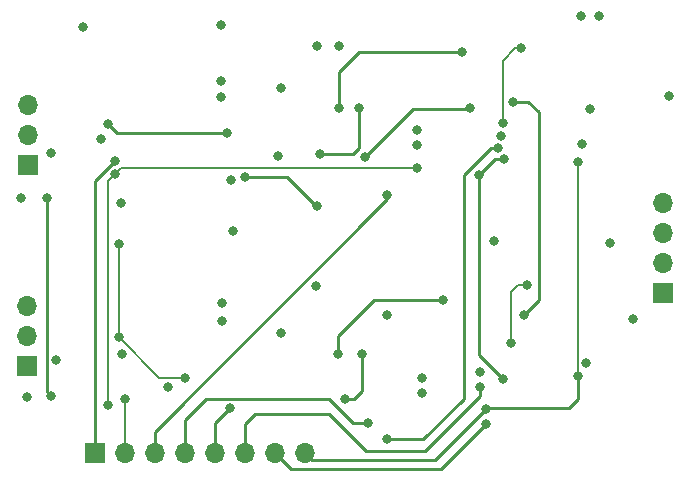
<source format=gbl>
%TF.GenerationSoftware,KiCad,Pcbnew,(6.99.0)*%
%TF.CreationDate,2022-12-27T22:07:24-08:00*%
%TF.ProjectId,eog-pcb-kicad,656f672d-7063-4622-9d6b-696361642e6b,rev?*%
%TF.SameCoordinates,Original*%
%TF.FileFunction,Copper,L4,Bot*%
%TF.FilePolarity,Positive*%
%FSLAX46Y46*%
G04 Gerber Fmt 4.6, Leading zero omitted, Abs format (unit mm)*
G04 Created by KiCad (PCBNEW (6.99.0)) date 2022-12-27 22:07:24*
%MOMM*%
%LPD*%
G01*
G04 APERTURE LIST*
%TA.AperFunction,ComponentPad*%
%ADD10R,1.700000X1.700000*%
%TD*%
%TA.AperFunction,ComponentPad*%
%ADD11O,1.700000X1.700000*%
%TD*%
%TA.AperFunction,ViaPad*%
%ADD12C,0.800000*%
%TD*%
%TA.AperFunction,Conductor*%
%ADD13C,0.254000*%
%TD*%
%TA.AperFunction,Conductor*%
%ADD14C,0.203200*%
%TD*%
%TA.AperFunction,Conductor*%
%ADD15C,0.250000*%
%TD*%
G04 APERTURE END LIST*
D10*
X57404000Y-24755000D03*
D11*
X57404000Y-22215000D03*
X57404000Y-19675000D03*
X57404000Y-17135000D03*
D10*
X3612000Y-13884000D03*
D11*
X3612000Y-11344000D03*
X3612000Y-8804000D03*
D10*
X3556000Y-30861000D03*
D11*
X3556000Y-28321000D03*
X3556000Y-25781000D03*
D10*
X9271000Y-38227000D03*
D11*
X11811000Y-38227000D03*
X14351000Y-38227000D03*
X16891000Y-38227000D03*
X19431000Y-38227000D03*
X21971000Y-38227000D03*
X24511000Y-38227000D03*
X27051000Y-38227000D03*
D12*
X43688000Y-11430000D03*
X54864000Y-26924000D03*
X29972000Y-3810000D03*
X43053000Y-20320000D03*
X3556000Y-33528000D03*
X9779000Y-11684000D03*
X16891000Y-31877000D03*
X41021000Y-9017000D03*
X32131000Y-13208000D03*
X45593000Y-26543000D03*
X44704000Y-8509000D03*
X20828000Y-15113000D03*
X5969000Y-30353000D03*
X5588000Y-12827000D03*
X19939000Y-6731000D03*
X20066000Y-25527000D03*
X11303000Y-20574000D03*
X11303000Y-28448000D03*
X10414000Y-10414000D03*
X20447000Y-11176000D03*
X15494000Y-32639000D03*
X3048000Y-16637000D03*
X43815000Y-32004000D03*
X36576000Y-14097000D03*
X10414000Y-34163000D03*
X42418000Y-35814000D03*
X43942000Y-13335000D03*
X41783000Y-14732000D03*
X41910000Y-31369000D03*
X41910000Y-32639000D03*
X34036000Y-37084000D03*
X20701000Y-34417000D03*
X32385000Y-35687000D03*
X34036000Y-16383000D03*
X11811000Y-33655000D03*
X5588000Y-33401000D03*
X5207000Y-16637000D03*
X42418000Y-34544000D03*
X25019000Y-7366000D03*
X36576000Y-10922000D03*
X50561000Y-12080000D03*
X36957000Y-31877000D03*
X50419000Y-1270000D03*
X50871000Y-30678000D03*
X25019000Y-28067000D03*
X51181000Y-9144000D03*
X27998000Y-24130000D03*
X11486000Y-17074000D03*
X28067000Y-3810000D03*
X8311000Y-2215000D03*
X57912000Y-8001000D03*
X24765000Y-13081000D03*
X21011000Y-19487000D03*
X36557500Y-12192000D03*
X20066000Y-27051000D03*
X51943000Y-1270000D03*
X34036000Y-26543000D03*
X52864500Y-20447000D03*
X19939000Y-2032000D03*
X19939000Y-8128000D03*
X36957000Y-33147000D03*
X11557000Y-29845000D03*
X45879500Y-24003000D03*
X44482500Y-28956000D03*
X31623000Y-9017000D03*
X28321000Y-12954000D03*
X29972000Y-9017000D03*
X40386000Y-4318000D03*
X30480000Y-33655000D03*
X31877000Y-29845000D03*
X38735000Y-25273000D03*
X29845000Y-29845000D03*
X21971000Y-14859000D03*
X28123000Y-17328000D03*
X50165000Y-31750000D03*
X50165000Y-13589000D03*
X10978000Y-14661000D03*
X10978000Y-13518000D03*
X43434000Y-12446000D03*
X43815000Y-10287000D03*
X45402500Y-4000500D03*
D13*
X46863000Y-25273000D02*
X46863000Y-9398000D01*
X45974000Y-8509000D02*
X44704000Y-8509000D01*
X46863000Y-9398000D02*
X45974000Y-8509000D01*
X45593000Y-26543000D02*
X46863000Y-25273000D01*
X43942000Y-13335000D02*
X43180000Y-13335000D01*
X43180000Y-13335000D02*
X41783000Y-14732000D01*
X43434000Y-12446000D02*
X42799000Y-12446000D01*
X42799000Y-12446000D02*
X40513000Y-14732000D01*
X40513000Y-14732000D02*
X40513000Y-33655000D01*
X40513000Y-33655000D02*
X37084000Y-37084000D01*
X37084000Y-37084000D02*
X34036000Y-37084000D01*
D14*
X11303000Y-28448000D02*
X14732000Y-31877000D01*
X14732000Y-31877000D02*
X16891000Y-31877000D01*
D13*
X34036000Y-16383000D02*
X34036000Y-16764000D01*
X34036000Y-16764000D02*
X14351000Y-36449000D01*
X14351000Y-36449000D02*
X14351000Y-38227000D01*
D15*
X41021000Y-9017000D02*
X40894000Y-9144000D01*
X40894000Y-9144000D02*
X36195000Y-9144000D01*
X36195000Y-9144000D02*
X32131000Y-13208000D01*
D14*
X10978000Y-14661000D02*
X11542000Y-14097000D01*
X11542000Y-14097000D02*
X36576000Y-14097000D01*
D15*
X21971000Y-14859000D02*
X22027000Y-14915000D01*
X22027000Y-14915000D02*
X25583000Y-14915000D01*
X25583000Y-14915000D02*
X27996000Y-17328000D01*
X27996000Y-17328000D02*
X28123000Y-17328000D01*
D13*
X5207000Y-16637000D02*
X5207000Y-33020000D01*
X5207000Y-33020000D02*
X5588000Y-33401000D01*
D14*
X11303000Y-20828000D02*
X11303000Y-20574000D01*
X11303000Y-28448000D02*
X11303000Y-20828000D01*
D15*
X11176000Y-11176000D02*
X10414000Y-10414000D01*
X20447000Y-11176000D02*
X11176000Y-11176000D01*
D14*
X11811000Y-33655000D02*
X11811000Y-38227000D01*
D13*
X20701000Y-34417000D02*
X19431000Y-35687000D01*
X19431000Y-35687000D02*
X19431000Y-38227000D01*
X43815000Y-32004000D02*
X41783000Y-29972000D01*
X41783000Y-29972000D02*
X41783000Y-14732000D01*
X41910000Y-33401000D02*
X37211000Y-38100000D01*
X37211000Y-38100000D02*
X32258000Y-38100000D01*
X41910000Y-32639000D02*
X41910000Y-33401000D01*
X29083000Y-34925000D02*
X22860000Y-34925000D01*
X32258000Y-38100000D02*
X29083000Y-34925000D01*
X22860000Y-34925000D02*
X21971000Y-35814000D01*
X21971000Y-35814000D02*
X21971000Y-38227000D01*
D14*
X10414000Y-34163000D02*
X10414000Y-15225000D01*
X10414000Y-15225000D02*
X10978000Y-14661000D01*
D13*
X42418000Y-35814000D02*
X38608000Y-39624000D01*
X38608000Y-39624000D02*
X25908000Y-39624000D01*
X25908000Y-39624000D02*
X24511000Y-38227000D01*
X42418000Y-34544000D02*
X38100000Y-38862000D01*
X38100000Y-38862000D02*
X27686000Y-38862000D01*
X27686000Y-38862000D02*
X27051000Y-38227000D01*
X42418000Y-34544000D02*
X42545000Y-34417000D01*
X42545000Y-34417000D02*
X49403000Y-34417000D01*
X49403000Y-34417000D02*
X50165000Y-33655000D01*
X50165000Y-33655000D02*
X50165000Y-31750000D01*
X38735000Y-25273000D02*
X32893000Y-25273000D01*
X32893000Y-25273000D02*
X29845000Y-28321000D01*
X29845000Y-28321000D02*
X29845000Y-29845000D01*
X32385000Y-35687000D02*
X31115000Y-35687000D01*
X31115000Y-35687000D02*
X29083000Y-33655000D01*
X29083000Y-33655000D02*
X18669000Y-33655000D01*
X18669000Y-33655000D02*
X16891000Y-35433000D01*
X16891000Y-35433000D02*
X16891000Y-38227000D01*
X30480000Y-33655000D02*
X31242000Y-33655000D01*
X31242000Y-33655000D02*
X31877000Y-33020000D01*
X31877000Y-33020000D02*
X31877000Y-29845000D01*
X9271000Y-15225000D02*
X9271000Y-38227000D01*
D15*
X10978000Y-13518000D02*
X9271000Y-15225000D01*
D14*
X45117500Y-24003000D02*
X45879500Y-24003000D01*
X44482500Y-28956000D02*
X44482500Y-24638000D01*
X44482500Y-24638000D02*
X45117500Y-24003000D01*
D13*
X31115000Y-12954000D02*
X31623000Y-12446000D01*
X31623000Y-12446000D02*
X31623000Y-9017000D01*
X28321000Y-12954000D02*
X31115000Y-12954000D01*
X40386000Y-4318000D02*
X31623000Y-4318000D01*
X29972000Y-5969000D02*
X29972000Y-9017000D01*
X31623000Y-4318000D02*
X29972000Y-5969000D01*
D14*
X50165000Y-13589000D02*
X50165000Y-31750000D01*
X44894500Y-4000500D02*
X43815000Y-5080000D01*
X43815000Y-5080000D02*
X43815000Y-10287000D01*
X45402500Y-4000500D02*
X44894500Y-4000500D01*
M02*

</source>
